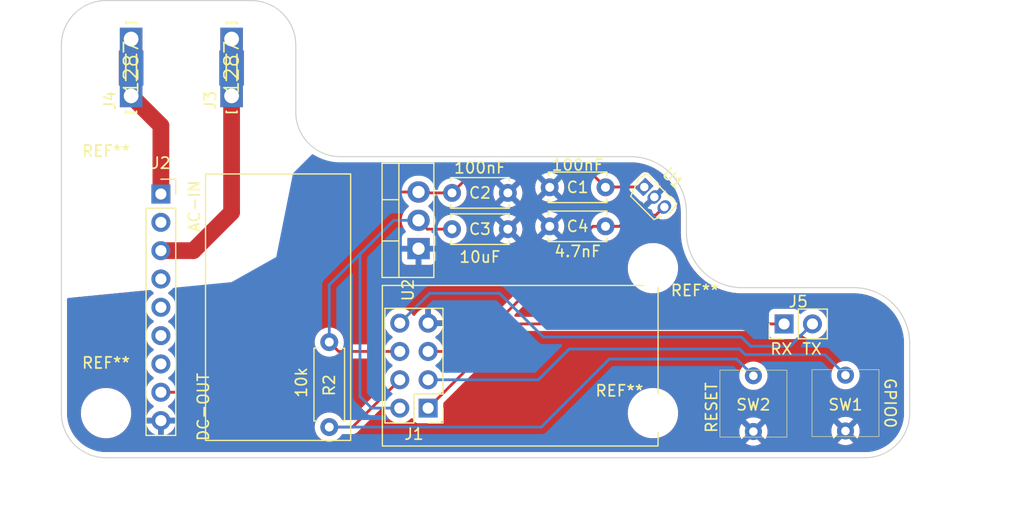
<source format=kicad_pcb>
(kicad_pcb (version 20211014) (generator pcbnew)
  (layers (0 "F.Cu" signal) (31 "B.Cu" signal) (34 "B.Paste" user) (35 "F.Paste" user) (36 "B.SilkS" user "B.Silkscreen") (37 "F.SilkS" user "F.Silkscreen") (38 "B.Mask" user) (39 "F.Mask" user) (44 "Edge.Cuts" user))
  (net 0 "")
  (net 1 "GND")
  (net 2 "VDD")
  (net 3 "VCC")
  (net 4 "Net-(J1-Pad7)")
  (net 5 "Net-(J1-Pad3)")
  (net 6 "Net-(J1-Pad4)")
  (net 7 "Net-(J1-Pad5)")
  (net 13 "AC-N")
  (net 14 "HALL_SIGNAL")
  (net 15 "AC-L")
  (footprint "MountingHole:MountingHole_3.5mm" (layer "F.Cu") (at 90 92)
    (fp_text reference "REF**" (at 0 -4.5) (layer "F.SilkS"))
    (fp_text value "MountingHole_3.5mm")
    (pad "" np_thru_hole circle locked (at 0 0) (size 3.5 3.5) (drill 3.5) (layers *.Cu *.Mask))
  )
  (footprint "Button_Switch_THT:Pushbutton-6mm6mm-5mm_pin" (layer "F.Cu") (at 156.25 110 -90)
    (fp_text reference "SW1" (at 0.25 0 unlocked) (layer "F.SilkS"))
    (fp_text value "GPIO0" (at 0.1 -4 -90 unlocked) (layer "F.SilkS"))
    (fp_rect (start -2.9 -3) (end 3.1 3) (layer "F.SilkS") (width 0.05) (fill none))
    (pad "1" thru_hole circle (at 2.6 0 270) (size 1.524 1.524) (drill 0.762) (layers *.Cu *.Mask) (net 1 "GND"))
    (pad "2" thru_hole circle (at -2.4 0 270) (size 1.524 1.524) (drill 0.762) (layers *.Cu *.Mask) (net 5 "Net-(J1-Pad3)"))
  )
  (footprint "Capacitor_THT:C_Disc_D5.0mm_W2.5mm_P5.00mm" (layer "F.Cu") (at 129.75 90.75)
    (fp_text reference "C1" (at 2.5 0) (layer "F.SilkS"))
    (fp_text value "100nF" (at 2.5 -2) (layer "F.SilkS"))
    (fp_line (start 5.12 1.055) (end 5.12 1.37) (layer "F.SilkS") (width 0.12))
    (fp_line (start -0.12 1.055) (end -0.12 1.37) (layer "F.SilkS") (width 0.12))
    (fp_line (start -0.12 -1.37) (end -0.12 -1.055) (layer "F.SilkS") (width 0.12))
    (fp_line (start -0.12 1.37) (end 5.12 1.37) (layer "F.SilkS") (width 0.12))
    (fp_line (start -0.12 -1.37) (end 5.12 -1.37) (layer "F.SilkS") (width 0.12))
    (fp_line (start 5.12 -1.37) (end 5.12 -1.055) (layer "F.SilkS") (width 0.12))
    (pad "1" thru_hole circle locked (at 0 0) (size 1.6 1.6) (drill 0.8) (layers *.Cu *.Mask) (net 1 "GND"))
    (pad "2" thru_hole circle locked (at 5 0) (size 1.6 1.6) (drill 0.8) (layers *.Cu *.Mask) (net 2 "VDD"))
  )
  (footprint "Capacitor_THT:C_Disc_D5.0mm_W2.5mm_P5.00mm" (layer "F.Cu") (at 129.75 94.25)
    (fp_text reference "C4" (at 2.5 0) (layer "F.SilkS"))
    (fp_text value "4.7nF" (at 2.5 2.25) (layer "F.SilkS"))
    (fp_line (start -0.12 1.37) (end 5.12 1.37) (layer "F.SilkS") (width 0.12))
    (fp_line (start 5.12 1.055) (end 5.12 1.37) (layer "F.SilkS") (width 0.12))
    (fp_line (start -0.12 -1.37) (end -0.12 -1.055) (layer "F.SilkS") (width 0.12))
    (fp_line (start -0.12 1.055) (end -0.12 1.37) (layer "F.SilkS") (width 0.12))
    (fp_line (start -0.12 -1.37) (end 5.12 -1.37) (layer "F.SilkS") (width 0.12))
    (fp_line (start 5.12 -1.37) (end 5.12 -1.055) (layer "F.SilkS") (width 0.12))
    (pad "1" thru_hole circle locked (at 0 0) (size 1.6 1.6) (drill 0.8) (layers *.Cu *.Mask) (net 1 "GND"))
    (pad "2" thru_hole circle locked (at 5 0) (size 1.6 1.6) (drill 0.8) (layers *.Cu *.Mask) (net 14 "HALL_SIGNAL"))
  )
  (footprint "eec:Keystone-1287-0-0-0" (layer "F.Cu") (at 101.25 80 90)
    (fp_text reference "J3" (at -3.91 -1.905 90) (layer "F.SilkS") (effects (justify left)))
    (fp_text value "1287" (at 0 0 90) (layer "F.SilkS") (effects (font (size 1.27 1.27))))
    (fp_line (start -4.035 -0.48) (end -3.925 -0.48) (layer "F.SilkS") (width 0.15))
    (fp_line (start -1.175 0.48) (end 1.175 0.48) (layer "F.SilkS") (width 0.15))
    (fp_line (start 4.035 0.48) (end 4.035 -0.48) (layer "F.SilkS") (width 0.15))
    (fp_line (start -1.175 -0.48) (end 1.175 -0.48) (layer "F.SilkS") (width 0.15))
    (fp_line (start 3.925 -0.48) (end 4.035 -0.48) (layer "F.SilkS") (width 0.15))
    (fp_line (start -4.035 0.48) (end -3.925 0.48) (layer "F.SilkS") (width 0.15))
    (fp_line (start -4.035 0.48) (end -4.035 -0.48) (layer "F.SilkS") (width 0.15))
    (fp_line (start 3.925 0.48) (end 4.035 0.48) (layer "F.SilkS") (width 0.15))
    (pad "1" thru_hole rect (at 2.55 0 90) (size 2.02 2.02) (drill 1.32) (layers *.Cu) (net 15 "AC-L"))
    (pad "1" thru_hole custom (at -2.55 0 90) (size 2.02 2.02) (drill 1.32) (layers *.Cu *.Mask) (net 15 "AC-L") (options (clearance outline) (anchor rect)) (primitives (gr_poly (pts (xy 4 1) (xy 1 1) (xy 1 -1) (xy 4 -1)) (width 0.2) (fill yes))))
  )
  (footprint "Connector_PinHeader_2.54mm:PinHeader_1x02_P2.54mm_Vertical" (layer "F.Cu") (at 150.75 103 90)
    (fp_text reference "J5" (at 2 1.27 180) (layer "F.SilkS"))
    (fp_text value "Conn_01x02_Female")
    (fp_line (start -1.33 -1.33) (end 0 -1.33) (layer "F.SilkS") (width 0.12))
    (fp_line (start -1.33 1.27) (end 1.33 1.27) (layer "F.SilkS") (width 0.12))
    (fp_line (start -1.33 3.87) (end 1.33 3.87) (layer "F.SilkS") (width 0.12))
    (fp_line (start 1.33 1.27) (end 1.33 3.87) (layer "F.SilkS") (width 0.12))
    (fp_line (start -1.33 0) (end -1.33 -1.33) (layer "F.SilkS") (width 0.12))
    (fp_line (start -1.33 1.27) (end -1.33 3.87) (layer "F.SilkS") (width 0.12))
    (pad "1" thru_hole rect locked (at 0 0 90) (size 1.7 1.7) (drill 1) (layers *.Cu *.Mask) (net 6 "Net-(J1-Pad4)"))
    (pad "2" thru_hole oval locked (at 0 2.54 90) (size 1.7 1.7) (drill 1) (layers *.Cu *.Mask) (net 7 "Net-(J1-Pad5)"))
  )
  (footprint "Connector_PinSocket_2.54mm:PinSocket_1x09_P2.54mm_Vertical" (layer "F.Cu") (at 94.915 91.35)
    (fp_text reference "J2" (at 0 -2.77) (layer "F.SilkS"))
    (fp_text value "Conn_01x09_Female")
    (fp_text user "DC-OUT" (at 3.8 19.1 90 unlocked) (layer "F.SilkS"))
    (fp_text user "AC-IN" (at 3 1.1 90 unlocked) (layer "F.SilkS"))
    (fp_line (start 0 -1.33) (end 1.33 -1.33) (layer "F.SilkS") (width 0.12))
    (fp_line (start -1.33 21.65) (end 1.33 21.65) (layer "F.SilkS") (width 0.12))
    (fp_line (start -1.33 1.27) (end -1.33 21.65) (layer "F.SilkS") (width 0.12))
    (fp_line (start -1.33 1.27) (end 1.33 1.27) (layer "F.SilkS") (width 0.12))
    (fp_line (start 1.33 1.27) (end 1.33 21.65) (layer "F.SilkS") (width 0.12))
    (fp_line (start 1.33 -1.33) (end 1.33 0) (layer "F.SilkS") (width 0.12))
    (fp_rect (start 4 -1.8) (end 17 22.1) (layer "F.SilkS") (width 0.12) (fill none))
    (pad "1" thru_hole rect (at 0 0) (size 1.7 1.7) (drill 1) (layers *.Cu *.Mask) (net 13 "AC-N"))
    (pad "2" thru_hole oval (at 0 2.54) (size 1.7 1.7) (drill 1) (layers *.Cu *.Mask))
    (pad "3" thru_hole oval (at 0 5.08) (size 1.7 1.7) (drill 1) (layers *.Cu *.Mask) (net 15 "AC-L"))
    (pad "4" thru_hole oval (at 0 7.62) (size 1.7 1.7) (drill 1) (layers *.Cu *.Mask))
    (pad "5" thru_hole oval (at 0 10.16) (size 1.7 1.7) (drill 1) (layers *.Cu *.Mask))
    (pad "6" thru_hole oval (at 0 12.7) (size 1.7 1.7) (drill 1) (layers *.Cu *.Mask))
    (pad "7" thru_hole oval (at 0 15.24) (size 1.7 1.7) (drill 1) (layers *.Cu *.Mask))
    (pad "8" thru_hole oval (at 0 17.78) (size 1.7 1.7) (drill 1) (layers *.Cu *.Mask) (net 2 "VDD"))
    (pad "9" thru_hole oval (at 0 20.32) (size 1.7 1.7) (drill 1) (layers *.Cu *.Mask) (net 1 "GND"))
  )
  (footprint "Capacitor_THT:C_Disc_D5.0mm_W2.5mm_P5.00mm" (layer "F.Cu") (at 121 94.5)
    (fp_text reference "C3" (at 2.5 0) (layer "F.SilkS"))
    (fp_text value "10uF" (at 2.5 2.5) (layer "F.SilkS"))
    (fp_line (start -0.12 -1.37) (end -0.12 -1.055) (layer "F.SilkS") (width 0.12))
    (fp_line (start -0.12 1.055) (end -0.12 1.37) (layer "F.SilkS") (width 0.12))
    (fp_line (start -0.12 -1.37) (end 5.12 -1.37) (layer "F.SilkS") (width 0.12))
    (fp_line (start 5.12 1.055) (end 5.12 1.37) (layer "F.SilkS") (width 0.12))
    (fp_line (start -0.12 1.37) (end 5.12 1.37) (layer "F.SilkS") (width 0.12))
    (fp_line (start 5.12 -1.37) (end 5.12 -1.055) (layer "F.SilkS") (width 0.12))
    (pad "1" thru_hole circle locked (at 0 0) (size 1.6 1.6) (drill 0.8) (layers *.Cu *.Mask) (net 3 "VCC"))
    (pad "2" thru_hole circle locked (at 5 0) (size 1.6 1.6) (drill 0.8) (layers *.Cu *.Mask) (net 1 "GND"))
  )
  (footprint "Package_TO_SOT_THT:TO-220-3_Vertical" (layer "F.Cu") (at 118 96.25 90)
    (fp_text reference "U2" (at -3.71 -0.945 90) (layer "F.SilkS"))
    (fp_text value "LD1117S25TR_SOT223")
    (fp_line (start -2.58 -3.27) (end 7.66 -3.27) (layer "F.SilkS") (width 0.12))
    (fp_line (start 7.66 -3.27) (end 7.66 1.371) (layer "F.SilkS") (width 0.12))
    (fp_line (start 0.69 -3.27) (end 0.69 -1.76) (layer "F.SilkS") (width 0.12))
    (fp_line (start -2.58 -3.27) (end -2.58 1.371) (layer "F.SilkS") (width 0.12))
    (fp_line (start -2.58 1.371) (end 7.66 1.371) (layer "F.SilkS") (width 0.12))
    (fp_line (start -2.58 -1.76) (end 7.66 -1.76) (layer "F.SilkS") (width 0.12))
    (fp_line (start 4.391 -3.27) (end 4.391 -1.76) (layer "F.SilkS") (width 0.12))
    (pad "1" thru_hole rect locked (at 0 0 90) (size 1.905 2) (drill 1.1) (layers *.Cu *.Mask) (net 1 "GND"))
    (pad "2" thru_hole oval locked (at 2.54 0 90) (size 1.905 2) (drill 1.1) (layers *.Cu *.Mask) (net 3 "VCC"))
    (pad "3" thru_hole oval locked (at 5.08 0 90) (size 1.905 2) (drill 1.1) (layers *.Cu *.Mask) (net 2 "VDD"))
  )
  (footprint "Capacitor_THT:C_Disc_D5.0mm_W2.5mm_P5.00mm" (layer "F.Cu") (at 121 91.25)
    (fp_text reference "C2" (at 2.5 0) (layer "F.SilkS"))
    (fp_text value "100nF" (at 2.5 -2.25) (layer "F.SilkS"))
    (fp_line (start -0.12 -1.37) (end -0.12 -1.055) (layer "F.SilkS") (width 0.12))
    (fp_line (start -0.12 -1.37) (end 5.12 -1.37) (layer "F.SilkS") (width 0.12))
    (fp_line (start 5.12 1.055) (end 5.12 1.37) (layer "F.SilkS") (width 0.12))
    (fp_line (start 5.12 -1.37) (end 5.12 -1.055) (layer "F.SilkS") (width 0.12))
    (fp_line (start -0.12 1.055) (end -0.12 1.37) (layer "F.SilkS") (width 0.12))
    (fp_line (start -0.12 1.37) (end 5.12 1.37) (layer "F.SilkS") (width 0.12))
    (pad "1" thru_hole circle locked (at 0 0) (size 1.6 1.6) (drill 0.8) (layers *.Cu *.Mask) (net 2 "VDD"))
    (pad "2" thru_hole circle locked (at 5 0) (size 1.6 1.6) (drill 0.8) (layers *.Cu *.Mask) (net 1 "GND"))
  )
  (footprint "Package_TO_SOT_THT:TO-92S" (layer "F.Cu") (at 138.224695 90.722183 -45)
    (fp_text reference "U1" (at 1.27 -2.35 135) (layer "F.SilkS"))
    (fp_text value "US1881")
    (fp_line (start -0.725 -1) (end -0.875 -0.15) (layer "F.SilkS") (width 0.12))
    (fp_line (start 3.175 0.15) (end 3.275 -0.15) (layer "F.SilkS") (width 0.12))
    (fp_line (start 2.675 1.45) (end 2.925 0.8) (layer "F.SilkS") (width 0.12))
    (fp_line (start -0.875 -0.15) (end -0.275 1.45) (layer "F.SilkS") (width 0.12))
    (fp_line (start 3.275 -0.15) (end 3.125 -1) (layer "F.SilkS") (width 0.12))
    (fp_line (start -0.275 1.45) (end 2.675 1.45) (layer "F.SilkS") (width 0.12))
    (fp_line (start 3.125 -1) (end -0.725 -1) (layer "F.SilkS") (width 0.12))
    (pad "1" thru_hole rect (at 0 0 315) (size 1.05 1.3) (drill 0.75) (layers *.Cu *.Mask) (net 2 "VDD"))
    (pad "2" thru_hole oval (at 1.27 0 315) (size 1.05 1.3) (drill 0.75) (layers *.Cu *.Mask) (net 1 "GND"))
    (pad "3" thru_hole oval (at 2.54 0 315) (size 1.05 1.3) (drill 0.75) (layers *.Cu *.Mask) (net 14 "HALL_SIGNAL"))
  )
  (footprint "Connector_PinHeader_2.54mm:PinHeader_2x04_P2.54mm_Vertical" (layer "F.Cu") (at 118.8575 110.55 180)
    (fp_text reference "J1" (at 1.27 -2.33) (layer "F.SilkS"))
    (fp_text value "Conn_02x04_Top_Bottom")
    (fp_line (start -1.33 0) (end -1.33 -1.33) (layer "F.SilkS") (width 0.12))
    (fp_line (start -1.33 -1.33) (end 0 -1.33) (layer "F.SilkS") (width 0.12))
    (fp_line (start 1.27 -1.33) (end 3.87 -1.33) (layer "F.SilkS") (width 0.12))
    (fp_line (start -1.33 1.27) (end 1.27 1.27) (layer "F.SilkS") (width 0.12))
    (fp_line (start 1.27 1.27) (end 1.27 -1.33) (layer "F.SilkS") (width 0.12))
    (fp_line (start -1.33 1.27) (end -1.33 8.95) (layer "F.SilkS") (width 0.12))
    (fp_line (start -1.33 8.95) (end 3.87 8.95) (layer "F.SilkS") (width 0.12))
    (fp_line (start 3.87 -1.33) (end 3.87 8.95) (layer "F.SilkS") (width 0.12))
    (fp_rect (start 4.1 11) (end -20.6 -3.4) (layer "F.SilkS") (width 0.12) (fill none))
    (pad "1" thru_hole oval (at 0 7.62 180) (size 1.7 1.7) (drill 1) (layers *.Cu *.Mask) (net 1 "GND"))
    (pad "2" thru_hole oval (at 0 5.08 180) (size 1.7 1.7) (drill 1) (layers *.Cu *.Mask) (net 14 "HALL_SIGNAL"))
    (pad "3" thru_hole oval (at 0 2.54 180) (size 1.7 1.7) (drill 1) (layers *.Cu *.Mask) (net 5 "Net-(J1-Pad3)"))
    (pad "4" thru_hole rect (at 0 0 180) (size 1.7 1.7) (drill 1) (layers *.Cu *.Mask) (net 6 "Net-(J1-Pad4)"))
    (pad "5" thru_hole oval (at 2.54 7.62 180) (size 1.7 1.7) (drill 1) (layers *.Cu *.Mask) (net 7 "Net-(J1-Pad5)"))
    (pad "6" thru_hole oval (at 2.54 5.08 180) (size 1.7 1.7) (drill 1) (layers *.Cu *.Mask) (net 3 "VCC"))
    (pad "7" thru_hole oval (at 2.54 2.54 180) (size 1.7 1.7) (drill 1) (layers *.Cu *.Mask) (net 4 "Net-(J1-Pad7)"))
    (pad "8" thru_hole oval (at 2.54 0 180) (size 1.7 1.7) (drill 1) (layers *.Cu *.Mask) (net 3 "VCC"))
  )
  (footprint "MountingHole:MountingHole_3.5mm" (layer "F.Cu") (at 90 111)
    (fp_text reference "REF**" (at 0 -4.5) (layer "F.SilkS"))
    (fp_text value "MountingHole_3.5mm")
    (pad "" np_thru_hole circle locked (at 0 0) (size 3.5 3.5) (drill 3.5) (layers *.Cu *.Mask))
  )
  (footprint "MountingHole:MountingHole_3.5mm" (layer "F.Cu") (at 139 111)
    (fp_text reference "REF**" (at -3 -2) (layer "F.SilkS"))
    (fp_text value "MountingHole_3.5mm")
    (pad "" np_thru_hole circle locked (at 0 0) (size 3.5 3.5) (drill 3.5) (layers *.Cu *.Mask))
  )
  (footprint "eec:Keystone-1287-0-0-0" (layer "F.Cu") (at 92.25 80 90)
    (fp_text reference "J4" (at -3.91 -1.905 90) (layer "F.SilkS") (effects (justify left)))
    (fp_text value "1287" (at 0 0 90) (layer "F.SilkS") (effects (font (size 1.27 1.27))))
    (fp_line (start 3.925 -0.48) (end 4.035 -0.48) (layer "F.SilkS") (width 0.15))
    (fp_line (start -4.035 -0.48) (end -3.925 -0.48) (layer "F.SilkS") (width 0.15))
    (fp_line (start 4.035 0.48) (end 4.035 -0.48) (layer "F.SilkS") (width 0.15))
    (fp_line (start -4.035 0.48) (end -3.925 0.48) (layer "F.SilkS") (width 0.15))
    (fp_line (start -1.175 -0.48) (end 1.175 -0.48) (layer "F.SilkS") (width 0.15))
    (fp_line (start -1.175 0.48) (end 1.175 0.48) (layer "F.SilkS") (width 0.15))
    (fp_line (start -4.035 0.48) (end -4.035 -0.48) (layer "F.SilkS") (width 0.15))
    (fp_line (start 3.925 0.48) (end 4.035 0.48) (layer "F.SilkS") (width 0.15))
    (pad "1" thru_hole rect (at 2.55 0 90) (size 2.02 2.02) (drill 1.32) (layers *.Cu) (net 13 "AC-N"))
    (pad "1" thru_hole custom (at -2.55 0 90) (size 2.02 2.02) (drill 1.32) (layers *.Cu *.Mask) (net 13 "AC-N") (options (clearance outline) (anchor rect)) (primitives (gr_poly (pts (xy 4 1) (xy 1 1) (xy 1 -1) (xy 4 -1)) (width 0.2) (fill yes))))
  )
  (footprint "Button_Switch_THT:Pushbutton-6mm6mm-5mm_pin" (layer "F.Cu") (at 148 110.25 90)
    (fp_text reference "SW2" (at 0 0 unlocked) (layer "F.SilkS"))
    (fp_text value "RESET" (at -0.25 -3.75 90 unlocked) (layer "F.SilkS"))
    (fp_rect (start -2.9 -3) (end 3.1 3) (layer "F.SilkS") (width 0.05) (fill none))
    (pad "1" thru_hole circle (at 2.6 0 90) (size 1.524 1.524) (drill 0.762) (layers *.Cu *.Mask) (net 4 "Net-(J1-Pad7)"))
    (pad "2" thru_hole circle (at -2.4 0 90) (size 1.524 1.524) (drill 0.762) (layers *.Cu *.Mask) (net 1 "GND"))
  )
  (footprint "MountingHole:MountingHole_3.5mm" (layer "F.Cu") (at 139 98)
    (fp_text reference "REF**" (at 3.75 2) (layer "F.SilkS"))
    (fp_text value "MountingHole_3.5mm")
    (pad "" np_thru_hole circle locked (at 0 0) (size 3.5 3.5) (drill 3.5) (layers *.Cu *.Mask))
  )
  (footprint "Resistor_THT:R_Axial_DIN0207_L6.3mm_D2.5mm_P7.62mm_Horizontal" (layer "F.Cu") (at 110 112.25 90)
    (fp_text reference "R2" (at 3.75 0 90) (layer "F.SilkS"))
    (fp_text value "10k" (at 4 -2.5 90) (layer "F.SilkS"))
    (fp_line (start 0.54 -1.37) (end 7.08 -1.37) (layer "F.SilkS") (width 0.12))
    (fp_line (start 7.08 1.37) (end 7.08 1.04) (layer "F.SilkS") (width 0.12))
    (fp_line (start 0.54 1.04) (end 0.54 1.37) (layer "F.SilkS") (width 0.12))
    (fp_line (start 7.08 -1.37) (end 7.08 -1.04) (layer "F.SilkS") (width 0.12))
    (fp_line (start 0.54 1.37) (end 7.08 1.37) (layer "F.SilkS") (width 0.12))
    (fp_line (start 0.54 -1.04) (end 0.54 -1.37) (layer "F.SilkS") (width 0.12))
    (pad "1" thru_hole circle locked (at 0 0 90) (size 1.6 1.6) (drill 0.8) (layers *.Cu *.Mask) (net 4 "Net-(J1-Pad7)"))
    (pad "2" thru_hole oval locked (at 7.62 0 90) (size 1.6 1.6) (drill 0.8) (layers *.Cu *.Mask) (net 3 "VCC"))
  )
  (gr_line (start 137 88) (end 111 88) (layer "Edge.Cuts") (width 0.1))
  (gr_arc (start 157 99.75) (mid 160.535534 101.214466) (end 162 104.75) (layer "Edge.Cuts") (width 0.1))
  (gr_arc (start 103 74) (mid 105.828427 75.171573) (end 107 78) (layer "Edge.Cuts") (width 0.1))
  (gr_arc (start 147 99.75) (mid 143.464466 98.285534) (end 142 94.75) (layer "Edge.Cuts") (width 0.1))
  (gr_line (start 107 84) (end 107 78) (layer "Edge.Cuts") (width 0.1))
  (gr_arc (start 137 88) (mid 140.535534 89.464466) (end 142 93) (layer "Edge.Cuts") (width 0.1))
  (gr_line (start 86 78) (end 86 111) (layer "Edge.Cuts") (width 0.1))
  (gr_line (start 142 93) (end 142 94.75) (layer "Edge.Cuts") (width 0.1))
  (gr_line (start 158 115) (end 90 115) (layer "Edge.Cuts") (width 0.1))
  (gr_arc (start 162 111) (mid 160.828427 113.828427) (end 158 115) (layer "Edge.Cuts") (width 0.1))
  (gr_arc (start 86 78) (mid 87.171573 75.171573) (end 90 74) (layer "Edge.Cuts") (width 0.1))
  (gr_line (start 95 74) (end 95 74) (layer "Edge.Cuts") (width 0.1))
  (gr_line (start 103 74) (end 90 74) (layer "Edge.Cuts") (width 0.1))
  (gr_arc (start 111 88) (mid 108.171573 86.828427) (end 107 84) (layer "Edge.Cuts") (width 0.1))
  (gr_line (start 157 99.75) (end 147 99.75) (layer "Edge.Cuts") (width 0.1))
  (gr_arc (start 90 115) (mid 87.171573 113.828427) (end 86 111) (layer "Edge.Cuts") (width 0.1))
  (gr_line (start 162 104.75) (end 162 111) (layer "Edge.Cuts") (width 0.1))
  (gr_text "TX" (at 153.25 105.25) (layer "F.SilkS") (effects (font (size 1 1))))
  (gr_text "RX" (at 150.5 105.25) (layer "F.SilkS") (effects (font (size 1 1))))
  (segment (start 94.915 109.13) (end 96.88 109.13) (width 0.25) (layer "F.Cu") (net 2))
  (segment (start 123 89.25) (end 121 91.25) (width 0.25) (layer "F.Cu") (net 2))
  (segment (start 118.08 91.25) (end 118 91.17) (width 0.25) (layer "F.Cu") (net 2))
  (segment (start 121 91.25) (end 118.08 91.25) (width 0.25) (layer "F.Cu") (net 2))
  (segment (start 96.88 109.13) (end 114.84 91.17) (width 0.25) (layer "F.Cu") (net 2))
  (segment (start 134.777817 90.722183) (end 134.75 90.75) (width 0.25) (layer "F.Cu") (net 2))
  (segment (start 133.25 89.25) (end 123 89.25) (width 0.25) (layer "F.Cu") (net 2))
  (segment (start 134.75 90.75) (end 133.25 89.25) (width 0.25) (layer "F.Cu") (net 2))
  (segment (start 138.224695 90.722183) (end 134.777817 90.722183) (width 0.25) (layer "F.Cu") (net 2))
  (segment (start 114.84 91.17) (end 118 91.17) (width 0.25) (layer "F.Cu") (net 2))
  (segment (start 116.3175 105.47) (end 110.84 105.47) (width 0.25) (layer "F.Cu") (net 3))
  (segment (start 110.84 105.47) (end 110 104.63) (width 0.25) (layer "F.Cu") (net 3))
  (segment (start 121 94.5) (end 118.79 94.5) (width 0.25) (layer "F.Cu") (net 3))
  (segment (start 118.79 94.5) (end 118 93.71) (width 0.25) (layer "F.Cu") (net 3))
  (segment (start 113.8 110.55) (end 112.75 109.5) (width 0.25) (layer "B.Cu") (net 3))
  (segment (start 112.75 96.75) (end 115.79 93.71) (width 0.25) (layer "B.Cu") (net 3))
  (segment (start 112.75 109.5) (end 112.75 96.75) (width 0.25) (layer "B.Cu") (net 3))
  (segment (start 115.79 93.71) (end 118 93.71) (width 0.25) (layer "B.Cu") (net 3))
  (segment (start 116.3175 110.55) (end 113.8 110.55) (width 0.25) (layer "B.Cu") (net 3))
  (segment (start 110 99.5) (end 112.75 96.75) (width 0.25) (layer "B.Cu") (net 3))
  (segment (start 110 104.63) (end 110 99.5) (width 0.25) (layer "B.Cu") (net 3))
  (segment (start 112.0775 112.25) (end 116.3175 108.01) (width 0.25) (layer "F.Cu") (net 4))
  (segment (start 110 112.25) (end 112.0775 112.25) (width 0.25) (layer "F.Cu") (net 4))
  (segment (start 129 112.25) (end 135 106.25) (width 0.25) (layer "B.Cu") (net 4))
  (segment (start 146.5 106.15) (end 148 107.65) (width 0.25) (layer "B.Cu") (net 4))
  (segment (start 146.5 106.15) (end 135.1 106.15) (width 0.25) (layer "B.Cu") (net 4))
  (segment (start 110 112.25) (end 129 112.25) (width 0.25) (layer "B.Cu") (net 4))
  (segment (start 135.1 106.15) (end 135 106.25) (width 0.25) (layer "B.Cu") (net 4))
  (segment (start 128.74 108.01) (end 131.5 105.25) (width 0.25) (layer "B.Cu") (net 5))
  (segment (start 131.5 105.25) (end 146.75 105.25) (width 0.25) (layer "B.Cu") (net 5))
  (segment (start 146.75 105.25) (end 147.25 105.75) (width 0.25) (layer "B.Cu") (net 5))
  (segment (start 147.25 105.75) (end 154.4 105.75) (width 0.25) (layer "B.Cu") (net 5))
  (segment (start 154.4 105.75) (end 156.25 107.6) (width 0.25) (layer "B.Cu") (net 5))
  (segment (start 118.8575 108.01) (end 128.74 108.01) (width 0.25) (layer "B.Cu") (net 5))
  (segment (start 150.75 103) (end 126.4075 103) (width 0.25) (layer "F.Cu") (net 6))
  (segment (start 126.4075 103) (end 118.8575 110.55) (width 0.25) (layer "F.Cu") (net 6))
  (segment (start 118.9975 100.25) (end 125.25 100.25) (width 0.25) (layer "B.Cu") (net 7))
  (segment (start 129.174511 104.174511) (end 146.924511 104.174511) (width 0.25) (layer "B.Cu") (net 7))
  (segment (start 125.25 100.25) (end 129.174511 104.174511) (width 0.25) (layer "B.Cu") (net 7))
  (segment (start 116.3175 102.93) (end 118.9975 100.25) (width 0.25) (layer "B.Cu") (net 7))
  (segment (start 146.924511 104.174511) (end 147.75 105) (width 0.25) (layer "B.Cu") (net 7))
  (segment (start 151.29 105) (end 153.29 103) (width 0.25) (layer "B.Cu") (net 7))
  (segment (start 147.75 105) (end 151.29 105) (width 0.25) (layer "B.Cu") (net 7))
  (segment (start 94.915 85.215) (end 92.25 82.55) (width 1.5) (layer "F.Cu") (net 13))
  (segment (start 94.915 91.35) (end 94.915 85.215) (width 1.5) (layer "F.Cu") (net 13))
  (segment (start 122.39863 105.47) (end 118.8575 105.47) (width 0.25) (layer "F.Cu") (net 14))
  (segment (start 139.25 93.25) (end 137 93.25) (width 0.25) (layer "F.Cu") (net 14))
  (segment (start 134.75 94.25) (end 133.61863 94.25) (width 0.25) (layer "F.Cu") (net 14))
  (segment (start 136 94.25) (end 134.75 94.25) (width 0.25) (layer "F.Cu") (net 14))
  (segment (start 137 93.25) (end 136 94.25) (width 0.25) (layer "F.Cu") (net 14))
  (segment (start 133.61863 94.25) (end 122.39863 105.47) (width 0.25) (layer "F.Cu") (net 14))
  (segment (start 140.020746 92.518234) (end 139.981766 92.518234) (width 0.25) (layer "F.Cu") (net 14))
  (segment (start 139.981766 92.518234) (end 139.25 93.25) (width 0.25) (layer "F.Cu") (net 14))
  (segment (start 94.915 96.43) (end 97.82 96.43) (width 1.5) (layer "F.Cu") (net 15))
  (segment (start 101.25 93) (end 101.25 82.55) (width 1.5) (layer "F.Cu") (net 15))
  (segment (start 97.82 96.43) (end 101.25 93) (width 1.5) (layer "F.Cu") (net 15))
  (zone (net 1) (net_name "GND") (layers F&B.Cu) (connect_pads (clearance 0.508)) (min_thickness 0.254) (fill yes (thermal_gap 0.508) (thermal_bridge_width 0.508))
    (polygon (pts (xy 172.25 86) (xy 172.25 118.75) (xy 80.5 119.25) (xy 80.75 101.25) (xy 101.25 99.25) (xy 105.25 97) (xy 106.75 89.5) (xy 110.75 85.5) (xy 111.75 85.25)))
  )
)
</source>
